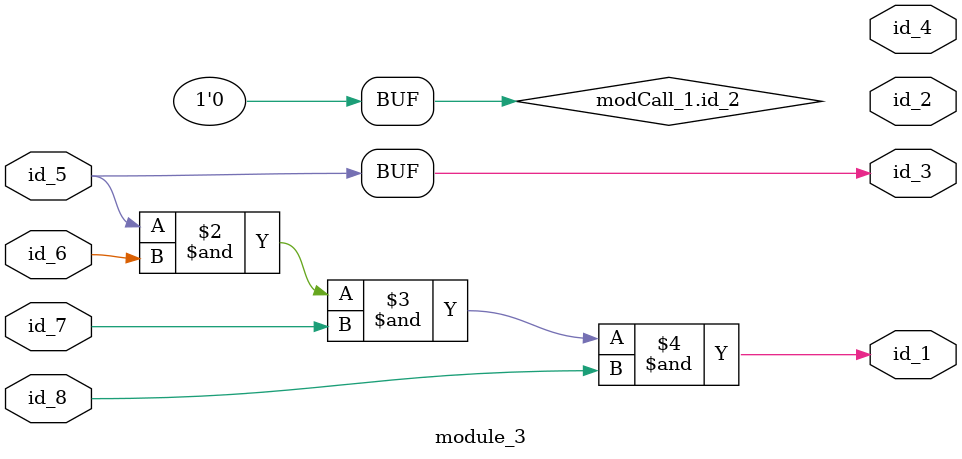
<source format=v>
module module_0 (
    id_1,
    id_2
);
  inout wire id_2;
  input wire id_1;
  wire id_3;
  assign id_2 = id_1;
  module_2 modCall_1 ();
  wire id_4;
  wire id_5;
endmodule
module module_1;
  wire id_1 = id_1;
  module_0 modCall_1 (
      id_1,
      id_1
  );
  assign id_2 = 1;
endmodule
module module_2 ();
  always @(1'b0) $display;
  assign id_1 = -1;
  assign id_2 = id_1;
  always $display;
endmodule
module module_3 (
    id_1,
    id_2,
    id_3,
    id_4,
    id_5,
    id_6,
    id_7,
    id_8
);
  inout wire id_8;
  input wire id_7;
  inout wire id_6;
  inout wire id_5;
  output wire id_4;
  output wire id_3;
  output wire id_2;
  output wire id_1;
  always id_3 = id_5;
  and primCall (id_1, id_5, id_6, id_7, id_8);
  module_2 modCall_1 ();
  assign modCall_1.id_2 = 0;
endmodule

</source>
